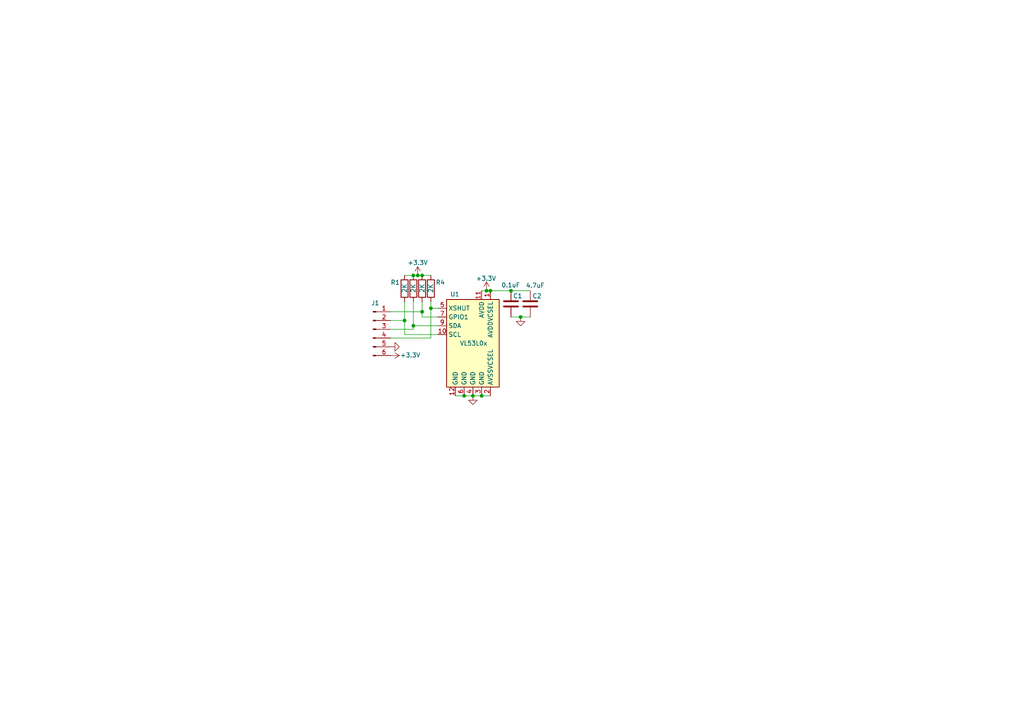
<source format=kicad_sch>
(kicad_sch (version 20230121) (generator eeschema)
  (paper "A4")
  (lib_symbols
    (symbol "Connector:Conn_01x06_Pin" (pin_names (offset 1.016) hide)
      (property "Reference" "J" (at 0 7.62 0))
      (property "Value" "Conn_01x06_Pin" (at 0 -10.16 0))
      (symbol "Conn_01x06_Pin_1_1"
        (polyline (pts (xy 1.27 -7.62) (xy 0.8636 -7.62)) (stroke (width 0.1524)))
        (polyline (pts (xy 1.27 -5.08) (xy 0.8636 -5.08)) (stroke (width 0.1524)))
        (polyline (pts (xy 1.27 -2.54) (xy 0.8636 -2.54)) (stroke (width 0.1524)))
        (polyline (pts (xy 1.27 0) (xy 0.8636 0)) (stroke (width 0.1524)))
        (polyline (pts (xy 1.27 2.54) (xy 0.8636 2.54)) (stroke (width 0.1524)))
        (polyline (pts (xy 1.27 5.08) (xy 0.8636 5.08)) (stroke (width 0.1524)))
        (rectangle (start 0.8636 -7.493) (end 0 -7.747) (stroke (width 0.1524)) (fill (type outline)))
        (rectangle (start 0.8636 -4.953) (end 0 -5.207) (stroke (width 0.1524)) (fill (type outline)))
        (rectangle (start 0.8636 -2.413) (end 0 -2.667) (stroke (width 0.1524)) (fill (type outline)))
        (rectangle (start 0.8636 0.127) (end 0 -0.127) (stroke (width 0.1524)) (fill (type outline)))
        (rectangle (start 0.8636 2.667) (end 0 2.413) (stroke (width 0.1524)) (fill (type outline)))
        (rectangle (start 0.8636 5.207) (end 0 4.953) (stroke (width 0.1524)) (fill (type outline)))
        (pin passive line (at 5.08 5.08 180) (length 3.81) (name "Pin_1") (number "1"))
        (pin passive line (at 5.08 2.54 180) (length 3.81) (name "Pin_2") (number "2"))
        (pin passive line (at 5.08 0 180) (length 3.81) (name "Pin_3") (number "3"))
        (pin passive line (at 5.08 -2.54 180) (length 3.81) (name "Pin_4") (number "4"))
        (pin passive line (at 5.08 -5.08 180) (length 3.81) (name "Pin_5") (number "5"))
        (pin passive line (at 5.08 -7.62 180) (length 3.81) (name "Pin_6") (number "6"))
      )
    )
    (symbol "Device:C" (pin_numbers hide) (pin_names (offset 0.254))
      (property "Reference" "C" (at 0.635 2.54 0))
      (property "Value" "C" (at 0.635 -2.54 0))
      (symbol "C_0_1"
        (polyline (pts (xy -2.032 -0.762) (xy 2.032 -0.762)) (stroke (width 0.508)))
        (polyline (pts (xy -2.032 0.762) (xy 2.032 0.762)) (stroke (width 0.508)))
      )
      (symbol "C_1_1"
        (pin passive line (at 0 3.81 270) (length 2.794) (name "~") (number "1"))
        (pin passive line (at 0 -3.81 90) (length 2.794) (name "~") (number "2"))
      )
    )
    (symbol "Device:R" (pin_numbers hide) (pin_names (offset 0))
      (property "Reference" "R" (at 2.032 0 90))
      (property "Value" "R" (at 0 0 90))
      (symbol "R_0_1"
        (rectangle (start -1.016 -2.54) (end 1.016 2.54) (stroke (width 0.254)))
      )
      (symbol "R_1_1"
        (pin passive line (at 0 3.81 270) (length 1.27) (name "~") (number "1"))
        (pin passive line (at 0 -3.81 90) (length 1.27) (name "~") (number "2"))
      )
    )
    (symbol "Sensor_Distance:VL53L1CXV0FY1"
      (property "Reference" "U6" (at 6.35 13.97 0))
      (property "Value" "VL53L0x" (at -3.81 0 0))
      (symbol "VL53L1CXV0FY1_0_1"
        (rectangle (start -7.62 12.7) (end 7.62 -12.7) (stroke (width 0.254)) (fill (type background)))
      )
      (symbol "VL53L1CXV0FY1_1_1"
        (pin power_in line (at 5.08 15.24 270) (length 2.54) (name "AVDDVCSEL") (number "1"))
        (pin input line (at -10.16 2.54 0) (length 2.54) (name "SCL") (number "10"))
        (pin power_in line (at 2.54 15.24 270) (length 2.54) (name "AVDD") (number "11"))
        (pin passive line (at -5.08 -15.24 90) (length 2.54) (name "GND") (number "12"))
        (pin power_in line (at 5.08 -15.24 90) (length 2.54) (name "AVSSVCSEL") (number "2"))
        (pin power_in line (at 2.54 -15.24 90) (length 2.54) (name "GND") (number "3"))
        (pin passive line (at 0 -15.24 90) (length 2.54) (name "GND") (number "4"))
        (pin input line (at -10.16 10.16 0) (length 2.54) (name "XSHUT") (number "5"))
        (pin passive line (at -2.54 -15.24 90) (length 2.54) (name "GND") (number "6"))
        (pin open_collector line (at -10.16 7.62 0) (length 2.54) (name "GPIO1") (number "7"))
        (pin no_connect line (at -10.16 -6.35 0) (length 2.54) hide (name "DNC") (number "8"))
        (pin bidirectional line (at -10.16 5.08 0) (length 2.54) (name "SDA") (number "9"))
      )
    )
    (symbol "power:+3.3V" (power) (pin_names (offset 0))
      (property "Value" "+3.3V" (at 0 3.556 0))
      (symbol "+3.3V_0_1"
        (polyline (pts (xy -0.762 1.27) (xy 0 2.54)))
        (polyline (pts (xy 0 0) (xy 0 2.54)))
        (polyline (pts (xy 0 2.54) (xy 0.762 1.27)))
      )
      (symbol "+3.3V_1_1"
        (pin power_in line (at 0 0 90) (length 0) hide (name "+3.3V") (number "1"))
      )
    )
    (symbol "power:GND" (power) (pin_names (offset 0))
      (property "Value" "GND" (at 0 -3.81 0))
      (symbol "GND_0_1"
        (polyline (pts (xy 0 0) (xy 0 -1.27) (xy 1.27 -1.27) (xy 0 -2.54) (xy -1.27 -1.27) (xy 0 -1.27)))
      )
      (symbol "GND_1_1"
        (pin power_in line (at 0 0 270) (length 0) hide (name "GND") (number "1"))
      )
    )
  )
  (junction (at 122.428 79.883))
  (junction (at 142.24 84.328))
  (junction (at 122.428 90.424))
  (junction (at 151.003 91.948))
  (junction (at 148.209 84.328))
  (junction (at 134.62 114.808))
  (junction (at 141.097 84.328))
  (junction (at 119.888 94.488))
  (junction (at 139.7 114.808))
  (junction (at 119.888 79.883))
  (junction (at 121.158 79.883))
  (junction (at 137.16 114.808))
  (junction (at 124.968 89.408))
  (junction (at 117.348 92.964))
  (wire (pts (xy 139.7 114.808) (xy 142.24 114.808)))
  (wire (pts (xy 134.62 114.808) (xy 137.16 114.808)))
  (wire (pts (xy 119.888 87.503) (xy 119.888 94.488)))
  (wire (pts (xy 119.888 95.504) (xy 119.888 94.488)))
  (wire (pts (xy 122.428 87.503) (xy 122.428 90.424)))
  (wire (pts (xy 124.968 89.408) (xy 127 89.408)))
  (wire (pts (xy 119.888 79.883) (xy 121.158 79.883)))
  (wire (pts (xy 121.158 79.883) (xy 122.428 79.883)))
  (wire (pts (xy 122.428 79.883) (xy 124.968 79.883)))
  (wire (pts (xy 122.428 90.424) (xy 122.428 91.948)))
  (wire (pts (xy 117.348 92.964) (xy 117.348 87.503)))
  (wire (pts (xy 124.968 87.503) (xy 124.968 89.408)))
  (wire (pts (xy 119.888 94.488) (xy 127 94.488)))
  (wire (pts (xy 124.968 89.408) (xy 124.968 98.044)))
  (wire (pts (xy 122.428 90.424) (xy 113.284 90.424)))
  (wire (pts (xy 151.003 91.948) (xy 153.797 91.948)))
  (wire (pts (xy 139.7 84.328) (xy 141.097 84.328)))
  (wire (pts (xy 117.348 97.028) (xy 117.348 92.964)))
  (wire (pts (xy 142.24 84.328) (xy 148.209 84.328)))
  (wire (pts (xy 113.284 92.964) (xy 117.348 92.964)))
  (wire (pts (xy 122.428 91.948) (xy 127 91.948)))
  (wire (pts (xy 148.209 91.948) (xy 151.003 91.948)))
  (wire (pts (xy 148.209 84.328) (xy 153.797 84.328)))
  (wire (pts (xy 132.08 114.808) (xy 134.62 114.808)))
  (wire (pts (xy 124.968 98.044) (xy 113.284 98.044)))
  (wire (pts (xy 113.284 95.504) (xy 119.888 95.504)))
  (wire (pts (xy 117.348 79.883) (xy 119.888 79.883)))
  (wire (pts (xy 137.16 114.808) (xy 139.7 114.808)))
  (wire (pts (xy 141.097 84.328) (xy 142.24 84.328)))
  (wire (pts (xy 127 97.028) (xy 117.348 97.028)))
  (symbol (lib_id "power:+3.3V") (at 121.158 79.883 0) (unit 1)
    (property "Reference" "#PWR01" (effects hide))
    (property "Value" "+3.3V" (at 121.158 76.2 0))
  )
  (symbol (lib_id "power:GND") (at 151.003 91.948 0) (mirror y) (unit 1)
    (property "Reference" "#PWR04" (effects hide))
    (property "Value" "GND" (effects hide))
  )
  (symbol (lib_id "Device:R") (at 122.428 83.693 0) (unit 1)
    (property "Reference" "R3" (effects hide))
    (property "Value" "2K" (at 122.428 84.963 90) (effects (justify left)))
    (property "Footprint" "Resistor_SMD:R_1206_3216Metric" (effects hide))
  )
  (symbol (lib_id "power:+3.3V") (at 141.097 84.328 0) (unit 1)
    (property "Reference" "#PWR03" (effects hide))
    (property "Value" "+3.3V" (at 140.97 80.772 0))
  )
  (symbol (lib_id "Device:R") (at 119.888 83.693 0) (unit 1)
    (property "Reference" "R2" (effects hide))
    (property "Value" "2K" (at 119.888 84.963 90) (effects (justify left)))
    (property "Footprint" "Resistor_SMD:R_1206_3216Metric" (effects hide))
  )
  (symbol (lib_id "power:GND") (at 137.16 114.808 0) (mirror y) (unit 1)
    (property "Reference" "#PWR02" (effects hide))
    (property "Value" "GND" (effects hide))
  )
  (symbol (lib_id "Sensor_Distance:VL53L1CXV0FY1") (at 137.16 99.568 0) (unit 1)
    (property "Reference" "U1" (at 130.556 85.344 0) (effects (justify left)))
    (property "Value" "VL53L0x" (at 133.35 99.568 0) (effects (justify left)))
    (property "Footprint" "Sensor_Distance:ST_VL53L1x" (effects hide))
    (property "Datasheet" "https://www.st.com/resource/en/datasheet/vl53l1x.pdf" (effects hide))
  )
  (symbol (lib_id "power:GND") (at 113.284 100.584 90) (mirror x) (unit 1)
    (property "Reference" "#PWR05" (effects hide))
    (property "Value" "GND" (effects hide))
  )
  (symbol (lib_id "Connector:Conn_01x06_Pin") (at 108.204 95.504 0) (unit 1)
    (property "Reference" "J1" (at 108.839 87.884 0))
    (property "Value" "Conn_01x06_Pin" (effects hide))
  )
  (symbol (lib_id "Device:R") (at 117.348 83.693 0) (unit 1)
    (property "Reference" "R1" (at 113.284 81.915 0) (effects (justify left)))
    (property "Value" "2K" (at 117.348 84.963 90) (effects (justify left)))
    (property "Footprint" "Resistor_SMD:R_1206_3216Metric" (effects hide))
  )
  (symbol (lib_id "Device:C") (at 153.797 88.138 180) (unit 1)
    (property "Reference" "C2" (at 157.099 85.852 0) (effects (justify left)))
    (property "Value" "4.7uF" (at 157.988 82.804 0) (effects (justify left)))
    (property "Footprint" "Capacitor_SMD:C_1206_3216Metric_Pad1.33x1.80mm_HandSolder" (effects hide))
  )
  (symbol (lib_id "power:+3.3V") (at 113.284 103.124 270) (unit 1)
    (property "Reference" "#PWR06" (effects hide))
    (property "Value" "+3.3V" (at 118.999 102.997 90))
  )
  (symbol (lib_id "Device:R") (at 124.968 83.693 0) (unit 1)
    (property "Reference" "R4" (at 126.365 81.915 0) (effects (justify left)))
    (property "Value" "2K" (at 124.968 84.963 90) (effects (justify left)))
    (property "Footprint" "Resistor_SMD:R_1206_3216Metric" (effects hide))
  )
  (symbol (lib_id "Device:C") (at 148.209 88.138 180) (unit 1)
    (property "Reference" "C1" (at 151.511 85.852 0) (effects (justify left)))
    (property "Value" "0.1uF" (at 150.876 82.677 0) (effects (justify left)))
    (property "Footprint" "Capacitor_SMD:C_1206_3216Metric_Pad1.33x1.80mm_HandSolder" (effects hide))
  )
)
</source>
